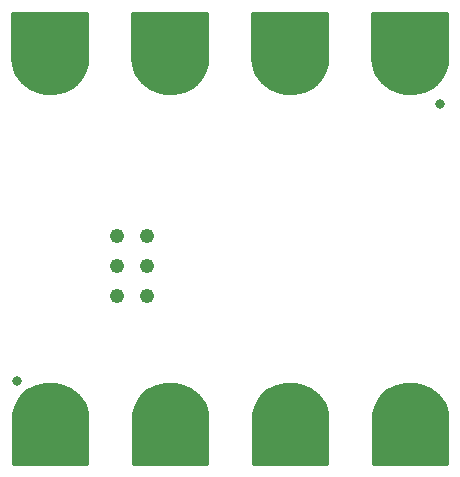
<source format=gbs>
G75*
%MOIN*%
%OFA0B0*%
%FSLAX25Y25*%
%IPPOS*%
%LPD*%
%AMOC8*
5,1,8,0,0,1.08239X$1,22.5*
%
%ADD10C,0.03300*%
%ADD11C,0.04808*%
%ADD12C,0.20800*%
%ADD13C,0.01000*%
D10*
X0170255Y0323900D03*
X0311255Y0416400D03*
D11*
X0213755Y0372400D03*
X0203755Y0372400D03*
X0203755Y0362400D03*
X0203755Y0352400D03*
X0213755Y0352400D03*
X0213755Y0362400D03*
D12*
X0221255Y0310400D03*
X0181255Y0310400D03*
X0261255Y0310400D03*
X0301255Y0310400D03*
X0301255Y0432400D03*
X0261255Y0432400D03*
X0221255Y0432400D03*
X0181255Y0432400D03*
D13*
X0168955Y0311200D02*
X0168955Y0296200D01*
X0193755Y0296200D01*
X0193755Y0311600D01*
X0193550Y0313273D01*
X0193108Y0314900D01*
X0192439Y0316448D01*
X0191557Y0317884D01*
X0190480Y0319181D01*
X0189229Y0320311D01*
X0187830Y0321251D01*
X0186311Y0321983D01*
X0184704Y0322491D01*
X0183040Y0322765D01*
X0181355Y0322800D01*
X0179755Y0322846D01*
X0178165Y0322666D01*
X0176616Y0322262D01*
X0175140Y0321643D01*
X0173767Y0320821D01*
X0172523Y0319813D01*
X0171435Y0318640D01*
X0170524Y0317324D01*
X0169808Y0315893D01*
X0169302Y0314374D01*
X0169015Y0312799D01*
X0168955Y0311200D01*
X0168962Y0311378D02*
X0193755Y0311378D01*
X0193755Y0310379D02*
X0168955Y0310379D01*
X0168955Y0309381D02*
X0193755Y0309381D01*
X0193755Y0308382D02*
X0168955Y0308382D01*
X0168955Y0307384D02*
X0193755Y0307384D01*
X0193755Y0306385D02*
X0168955Y0306385D01*
X0168955Y0305387D02*
X0193755Y0305387D01*
X0193755Y0304388D02*
X0168955Y0304388D01*
X0168955Y0303390D02*
X0193755Y0303390D01*
X0193755Y0302391D02*
X0168955Y0302391D01*
X0168955Y0301393D02*
X0193755Y0301393D01*
X0193755Y0300394D02*
X0168955Y0300394D01*
X0168955Y0299396D02*
X0193755Y0299396D01*
X0193755Y0298397D02*
X0168955Y0298397D01*
X0168955Y0297399D02*
X0193755Y0297399D01*
X0193755Y0296400D02*
X0168955Y0296400D01*
X0168999Y0312376D02*
X0193660Y0312376D01*
X0193522Y0313375D02*
X0169120Y0313375D01*
X0169301Y0314373D02*
X0193251Y0314373D01*
X0192904Y0315372D02*
X0169634Y0315372D01*
X0170047Y0316370D02*
X0192473Y0316370D01*
X0191874Y0317369D02*
X0170555Y0317369D01*
X0171246Y0318367D02*
X0191156Y0318367D01*
X0190275Y0319366D02*
X0172108Y0319366D01*
X0173203Y0320364D02*
X0189149Y0320364D01*
X0187598Y0321363D02*
X0174672Y0321363D01*
X0176998Y0322361D02*
X0185114Y0322361D01*
X0209302Y0314374D02*
X0209808Y0315893D01*
X0210524Y0317324D01*
X0211435Y0318640D01*
X0212523Y0319813D01*
X0213767Y0320821D01*
X0215140Y0321643D01*
X0216616Y0322262D01*
X0218165Y0322666D01*
X0219755Y0322846D01*
X0221355Y0322800D01*
X0223040Y0322765D01*
X0224704Y0322491D01*
X0226311Y0321983D01*
X0227830Y0321251D01*
X0229229Y0320311D01*
X0230480Y0319181D01*
X0231557Y0317884D01*
X0232439Y0316448D01*
X0233108Y0314900D01*
X0233550Y0313273D01*
X0233755Y0311600D01*
X0233755Y0296200D01*
X0208955Y0296200D01*
X0208955Y0311200D01*
X0209015Y0312799D01*
X0209302Y0314374D01*
X0209301Y0314373D02*
X0233251Y0314373D01*
X0233522Y0313375D02*
X0209120Y0313375D01*
X0208999Y0312376D02*
X0233660Y0312376D01*
X0233755Y0311378D02*
X0208962Y0311378D01*
X0208955Y0310379D02*
X0233755Y0310379D01*
X0233755Y0309381D02*
X0208955Y0309381D01*
X0208955Y0308382D02*
X0233755Y0308382D01*
X0233755Y0307384D02*
X0208955Y0307384D01*
X0208955Y0306385D02*
X0233755Y0306385D01*
X0233755Y0305387D02*
X0208955Y0305387D01*
X0208955Y0304388D02*
X0233755Y0304388D01*
X0233755Y0303390D02*
X0208955Y0303390D01*
X0208955Y0302391D02*
X0233755Y0302391D01*
X0233755Y0301393D02*
X0208955Y0301393D01*
X0208955Y0300394D02*
X0233755Y0300394D01*
X0233755Y0299396D02*
X0208955Y0299396D01*
X0208955Y0298397D02*
X0233755Y0298397D01*
X0233755Y0297399D02*
X0208955Y0297399D01*
X0208955Y0296400D02*
X0233755Y0296400D01*
X0248955Y0296400D02*
X0273755Y0296400D01*
X0273755Y0296200D02*
X0273755Y0311600D01*
X0273550Y0313273D01*
X0273108Y0314900D01*
X0272439Y0316448D01*
X0271557Y0317884D01*
X0270480Y0319181D01*
X0269229Y0320311D01*
X0267830Y0321251D01*
X0266311Y0321983D01*
X0264704Y0322491D01*
X0263040Y0322765D01*
X0261355Y0322800D01*
X0259755Y0322846D01*
X0258165Y0322666D01*
X0256616Y0322262D01*
X0255140Y0321643D01*
X0253767Y0320821D01*
X0252523Y0319813D01*
X0251435Y0318640D01*
X0250524Y0317324D01*
X0249808Y0315893D01*
X0249302Y0314374D01*
X0249015Y0312799D01*
X0248955Y0311200D01*
X0248955Y0296200D01*
X0273755Y0296200D01*
X0273755Y0297399D02*
X0248955Y0297399D01*
X0248955Y0298397D02*
X0273755Y0298397D01*
X0273755Y0299396D02*
X0248955Y0299396D01*
X0248955Y0300394D02*
X0273755Y0300394D01*
X0273755Y0301393D02*
X0248955Y0301393D01*
X0248955Y0302391D02*
X0273755Y0302391D01*
X0273755Y0303390D02*
X0248955Y0303390D01*
X0248955Y0304388D02*
X0273755Y0304388D01*
X0273755Y0305387D02*
X0248955Y0305387D01*
X0248955Y0306385D02*
X0273755Y0306385D01*
X0273755Y0307384D02*
X0248955Y0307384D01*
X0248955Y0308382D02*
X0273755Y0308382D01*
X0273755Y0309381D02*
X0248955Y0309381D01*
X0248955Y0310379D02*
X0273755Y0310379D01*
X0273755Y0311378D02*
X0248962Y0311378D01*
X0248999Y0312376D02*
X0273660Y0312376D01*
X0273522Y0313375D02*
X0249120Y0313375D01*
X0249301Y0314373D02*
X0273251Y0314373D01*
X0272904Y0315372D02*
X0249634Y0315372D01*
X0250047Y0316370D02*
X0272473Y0316370D01*
X0271874Y0317369D02*
X0250555Y0317369D01*
X0251246Y0318367D02*
X0271156Y0318367D01*
X0270275Y0319366D02*
X0252108Y0319366D01*
X0253203Y0320364D02*
X0269149Y0320364D01*
X0267598Y0321363D02*
X0254672Y0321363D01*
X0256998Y0322361D02*
X0265114Y0322361D01*
X0289302Y0314374D02*
X0289808Y0315893D01*
X0290524Y0317324D01*
X0291435Y0318640D01*
X0292523Y0319813D01*
X0293767Y0320821D01*
X0295140Y0321643D01*
X0296616Y0322262D01*
X0298165Y0322666D01*
X0299755Y0322846D01*
X0301355Y0322800D01*
X0303040Y0322765D01*
X0304704Y0322491D01*
X0306311Y0321983D01*
X0307830Y0321251D01*
X0309229Y0320311D01*
X0310480Y0319181D01*
X0311557Y0317884D01*
X0312439Y0316448D01*
X0313108Y0314900D01*
X0313550Y0313273D01*
X0313755Y0311600D01*
X0313755Y0296200D01*
X0288955Y0296200D01*
X0288955Y0311200D01*
X0289015Y0312799D01*
X0289302Y0314374D01*
X0289301Y0314373D02*
X0313251Y0314373D01*
X0313522Y0313375D02*
X0289120Y0313375D01*
X0288999Y0312376D02*
X0313660Y0312376D01*
X0313755Y0311378D02*
X0288962Y0311378D01*
X0288955Y0310379D02*
X0313755Y0310379D01*
X0313755Y0309381D02*
X0288955Y0309381D01*
X0288955Y0308382D02*
X0313755Y0308382D01*
X0313755Y0307384D02*
X0288955Y0307384D01*
X0288955Y0306385D02*
X0313755Y0306385D01*
X0313755Y0305387D02*
X0288955Y0305387D01*
X0288955Y0304388D02*
X0313755Y0304388D01*
X0313755Y0303390D02*
X0288955Y0303390D01*
X0288955Y0302391D02*
X0313755Y0302391D01*
X0313755Y0301393D02*
X0288955Y0301393D01*
X0288955Y0300394D02*
X0313755Y0300394D01*
X0313755Y0299396D02*
X0288955Y0299396D01*
X0288955Y0298397D02*
X0313755Y0298397D01*
X0313755Y0297399D02*
X0288955Y0297399D01*
X0288955Y0296400D02*
X0313755Y0296400D01*
X0312904Y0315372D02*
X0289634Y0315372D01*
X0290047Y0316370D02*
X0312473Y0316370D01*
X0311874Y0317369D02*
X0290555Y0317369D01*
X0291246Y0318367D02*
X0311156Y0318367D01*
X0310275Y0319366D02*
X0292108Y0319366D01*
X0293203Y0320364D02*
X0309149Y0320364D01*
X0307598Y0321363D02*
X0294672Y0321363D01*
X0296998Y0322361D02*
X0305114Y0322361D01*
X0232904Y0315372D02*
X0209634Y0315372D01*
X0210047Y0316370D02*
X0232473Y0316370D01*
X0231874Y0317369D02*
X0210555Y0317369D01*
X0211246Y0318367D02*
X0231156Y0318367D01*
X0230275Y0319366D02*
X0212108Y0319366D01*
X0213203Y0320364D02*
X0229149Y0320364D01*
X0227598Y0321363D02*
X0214672Y0321363D01*
X0216998Y0322361D02*
X0225114Y0322361D01*
X0222755Y0419954D02*
X0221155Y0420000D01*
X0219470Y0420035D01*
X0217806Y0420309D01*
X0216199Y0420817D01*
X0214680Y0421549D01*
X0213281Y0422489D01*
X0212030Y0423619D01*
X0210953Y0424916D01*
X0210071Y0426352D01*
X0209402Y0427900D01*
X0208961Y0429527D01*
X0208755Y0431200D01*
X0208755Y0446600D01*
X0233555Y0446600D01*
X0233555Y0431600D01*
X0233495Y0430001D01*
X0233209Y0428426D01*
X0232702Y0426907D01*
X0231987Y0425476D01*
X0231075Y0424160D01*
X0229987Y0422987D01*
X0228743Y0421979D01*
X0227370Y0421157D01*
X0225894Y0420538D01*
X0224345Y0420134D01*
X0222755Y0419954D01*
X0224656Y0420215D02*
X0218374Y0420215D01*
X0215375Y0421214D02*
X0227465Y0421214D01*
X0229032Y0422212D02*
X0213693Y0422212D01*
X0212482Y0423211D02*
X0230195Y0423211D01*
X0231109Y0424209D02*
X0211540Y0424209D01*
X0210773Y0425208D02*
X0231801Y0425208D01*
X0232352Y0426206D02*
X0210160Y0426206D01*
X0209702Y0427205D02*
X0232802Y0427205D01*
X0233134Y0428203D02*
X0209320Y0428203D01*
X0209049Y0429202D02*
X0233350Y0429202D01*
X0233502Y0430201D02*
X0208878Y0430201D01*
X0208755Y0431199D02*
X0233540Y0431199D01*
X0233555Y0432198D02*
X0208755Y0432198D01*
X0208755Y0433196D02*
X0233555Y0433196D01*
X0233555Y0434195D02*
X0208755Y0434195D01*
X0208755Y0435193D02*
X0233555Y0435193D01*
X0233555Y0436192D02*
X0208755Y0436192D01*
X0208755Y0437190D02*
X0233555Y0437190D01*
X0233555Y0438189D02*
X0208755Y0438189D01*
X0208755Y0439187D02*
X0233555Y0439187D01*
X0233555Y0440186D02*
X0208755Y0440186D01*
X0208755Y0441184D02*
X0233555Y0441184D01*
X0233555Y0442183D02*
X0208755Y0442183D01*
X0208755Y0443181D02*
X0233555Y0443181D01*
X0233555Y0444180D02*
X0208755Y0444180D01*
X0208755Y0445178D02*
X0233555Y0445178D01*
X0233555Y0446177D02*
X0208755Y0446177D01*
X0193555Y0446177D02*
X0168755Y0446177D01*
X0168755Y0446600D02*
X0168755Y0431200D01*
X0168961Y0429527D01*
X0169402Y0427900D01*
X0170071Y0426352D01*
X0170953Y0424916D01*
X0172030Y0423619D01*
X0173281Y0422489D01*
X0174680Y0421549D01*
X0176199Y0420817D01*
X0177806Y0420309D01*
X0179470Y0420035D01*
X0181155Y0420000D01*
X0182755Y0419954D01*
X0184345Y0420134D01*
X0185894Y0420538D01*
X0187370Y0421157D01*
X0188743Y0421979D01*
X0189987Y0422987D01*
X0191075Y0424160D01*
X0191987Y0425476D01*
X0192702Y0426907D01*
X0193209Y0428426D01*
X0193495Y0430001D01*
X0193555Y0431600D01*
X0193555Y0446600D01*
X0168755Y0446600D01*
X0168755Y0445178D02*
X0193555Y0445178D01*
X0193555Y0444180D02*
X0168755Y0444180D01*
X0168755Y0443181D02*
X0193555Y0443181D01*
X0193555Y0442183D02*
X0168755Y0442183D01*
X0168755Y0441184D02*
X0193555Y0441184D01*
X0193555Y0440186D02*
X0168755Y0440186D01*
X0168755Y0439187D02*
X0193555Y0439187D01*
X0193555Y0438189D02*
X0168755Y0438189D01*
X0168755Y0437190D02*
X0193555Y0437190D01*
X0193555Y0436192D02*
X0168755Y0436192D01*
X0168755Y0435193D02*
X0193555Y0435193D01*
X0193555Y0434195D02*
X0168755Y0434195D01*
X0168755Y0433196D02*
X0193555Y0433196D01*
X0193555Y0432198D02*
X0168755Y0432198D01*
X0168755Y0431199D02*
X0193540Y0431199D01*
X0193502Y0430201D02*
X0168878Y0430201D01*
X0169049Y0429202D02*
X0193350Y0429202D01*
X0193134Y0428203D02*
X0169320Y0428203D01*
X0169702Y0427205D02*
X0192802Y0427205D01*
X0192352Y0426206D02*
X0170160Y0426206D01*
X0170773Y0425208D02*
X0191801Y0425208D01*
X0191109Y0424209D02*
X0171540Y0424209D01*
X0172482Y0423211D02*
X0190195Y0423211D01*
X0189032Y0422212D02*
X0173693Y0422212D01*
X0175375Y0421214D02*
X0187465Y0421214D01*
X0184656Y0420215D02*
X0178374Y0420215D01*
X0248961Y0429527D02*
X0248755Y0431200D01*
X0248755Y0446600D01*
X0273555Y0446600D01*
X0273555Y0431600D01*
X0273495Y0430001D01*
X0273209Y0428426D01*
X0272702Y0426907D01*
X0271987Y0425476D01*
X0271075Y0424160D01*
X0269987Y0422987D01*
X0268743Y0421979D01*
X0267370Y0421157D01*
X0265894Y0420538D01*
X0264345Y0420134D01*
X0262755Y0419954D01*
X0261155Y0420000D01*
X0259470Y0420035D01*
X0257806Y0420309D01*
X0256199Y0420817D01*
X0254680Y0421549D01*
X0253281Y0422489D01*
X0252030Y0423619D01*
X0250953Y0424916D01*
X0250071Y0426352D01*
X0249402Y0427900D01*
X0248961Y0429527D01*
X0249049Y0429202D02*
X0273350Y0429202D01*
X0273502Y0430201D02*
X0248878Y0430201D01*
X0248755Y0431199D02*
X0273540Y0431199D01*
X0273555Y0432198D02*
X0248755Y0432198D01*
X0248755Y0433196D02*
X0273555Y0433196D01*
X0273555Y0434195D02*
X0248755Y0434195D01*
X0248755Y0435193D02*
X0273555Y0435193D01*
X0273555Y0436192D02*
X0248755Y0436192D01*
X0248755Y0437190D02*
X0273555Y0437190D01*
X0273555Y0438189D02*
X0248755Y0438189D01*
X0248755Y0439187D02*
X0273555Y0439187D01*
X0273555Y0440186D02*
X0248755Y0440186D01*
X0248755Y0441184D02*
X0273555Y0441184D01*
X0273555Y0442183D02*
X0248755Y0442183D01*
X0248755Y0443181D02*
X0273555Y0443181D01*
X0273555Y0444180D02*
X0248755Y0444180D01*
X0248755Y0445178D02*
X0273555Y0445178D01*
X0273555Y0446177D02*
X0248755Y0446177D01*
X0249320Y0428203D02*
X0273134Y0428203D01*
X0272802Y0427205D02*
X0249702Y0427205D01*
X0250160Y0426206D02*
X0272352Y0426206D01*
X0271801Y0425208D02*
X0250773Y0425208D01*
X0251540Y0424209D02*
X0271109Y0424209D01*
X0270195Y0423211D02*
X0252482Y0423211D01*
X0253693Y0422212D02*
X0269032Y0422212D01*
X0267465Y0421214D02*
X0255375Y0421214D01*
X0258374Y0420215D02*
X0264656Y0420215D01*
X0289402Y0427900D02*
X0288961Y0429527D01*
X0288755Y0431200D01*
X0288755Y0446600D01*
X0313555Y0446600D01*
X0313555Y0431600D01*
X0313495Y0430001D01*
X0313209Y0428426D01*
X0312702Y0426907D01*
X0311987Y0425476D01*
X0311075Y0424160D01*
X0309987Y0422987D01*
X0308743Y0421979D01*
X0307370Y0421157D01*
X0305894Y0420538D01*
X0304345Y0420134D01*
X0302755Y0419954D01*
X0301155Y0420000D01*
X0299470Y0420035D01*
X0297806Y0420309D01*
X0296199Y0420817D01*
X0294680Y0421549D01*
X0293281Y0422489D01*
X0292030Y0423619D01*
X0290953Y0424916D01*
X0290071Y0426352D01*
X0289402Y0427900D01*
X0289320Y0428203D02*
X0313134Y0428203D01*
X0313350Y0429202D02*
X0289049Y0429202D01*
X0288878Y0430201D02*
X0313502Y0430201D01*
X0313540Y0431199D02*
X0288755Y0431199D01*
X0288755Y0432198D02*
X0313555Y0432198D01*
X0313555Y0433196D02*
X0288755Y0433196D01*
X0288755Y0434195D02*
X0313555Y0434195D01*
X0313555Y0435193D02*
X0288755Y0435193D01*
X0288755Y0436192D02*
X0313555Y0436192D01*
X0313555Y0437190D02*
X0288755Y0437190D01*
X0288755Y0438189D02*
X0313555Y0438189D01*
X0313555Y0439187D02*
X0288755Y0439187D01*
X0288755Y0440186D02*
X0313555Y0440186D01*
X0313555Y0441184D02*
X0288755Y0441184D01*
X0288755Y0442183D02*
X0313555Y0442183D01*
X0313555Y0443181D02*
X0288755Y0443181D01*
X0288755Y0444180D02*
X0313555Y0444180D01*
X0313555Y0445178D02*
X0288755Y0445178D01*
X0288755Y0446177D02*
X0313555Y0446177D01*
X0312802Y0427205D02*
X0289702Y0427205D01*
X0290160Y0426206D02*
X0312352Y0426206D01*
X0311801Y0425208D02*
X0290773Y0425208D01*
X0291540Y0424209D02*
X0311109Y0424209D01*
X0310195Y0423211D02*
X0292482Y0423211D01*
X0293693Y0422212D02*
X0309032Y0422212D01*
X0307465Y0421214D02*
X0295375Y0421214D01*
X0298374Y0420215D02*
X0304656Y0420215D01*
M02*

</source>
